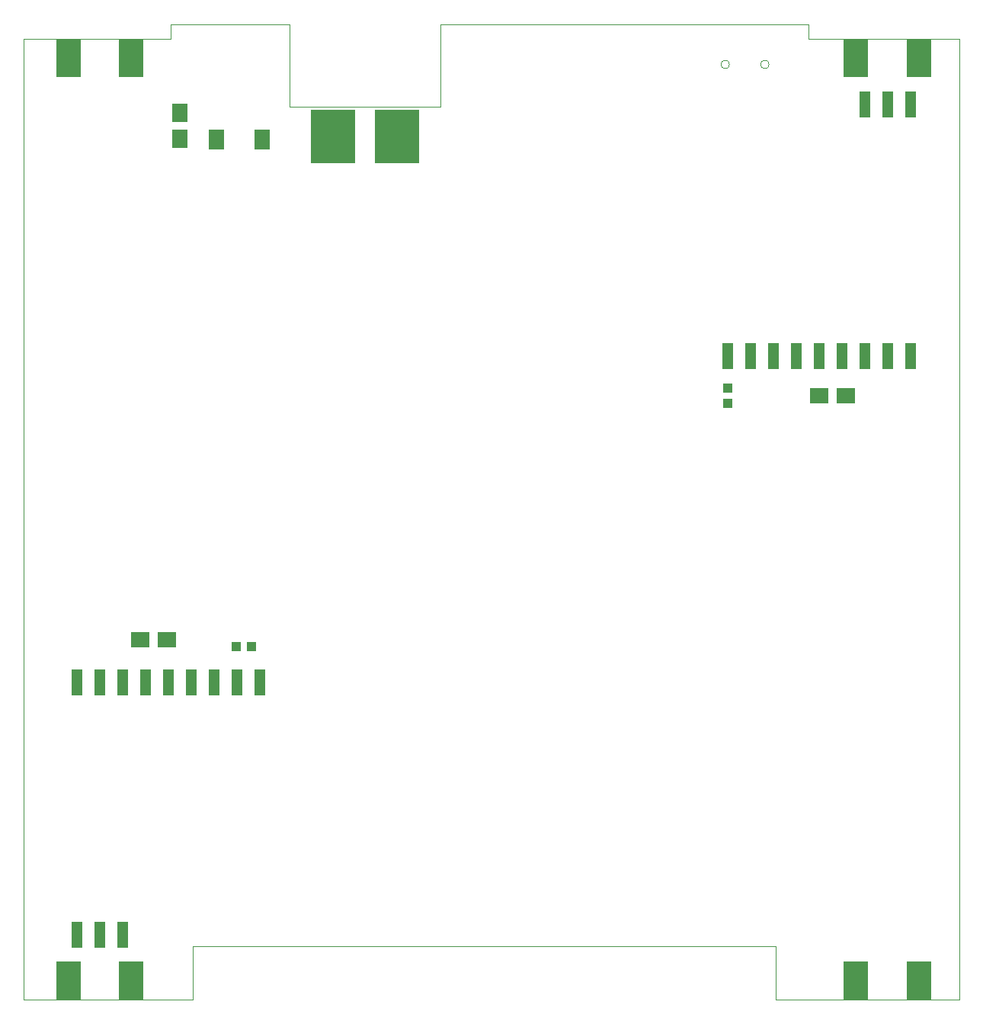
<source format=gbp>
G75*
G70*
%OFA0B0*%
%FSLAX24Y24*%
%IPPOS*%
%LPD*%
%AMOC8*
5,1,8,0,0,1.08239X$1,22.5*
%
%ADD10C,0.0000*%
%ADD11R,0.0512X0.1181*%
%ADD12R,0.1050X0.1650*%
%ADD13R,0.0709X0.0846*%
%ADD14R,0.0709X0.0866*%
%ADD15R,0.0394X0.0433*%
%ADD16R,0.0433X0.0394*%
%ADD17R,0.0846X0.0709*%
%ADD18R,0.1969X0.2362*%
D10*
X021939Y006539D02*
X029339Y006539D01*
X029339Y008889D01*
X054839Y008889D01*
X054839Y006539D01*
X062884Y006539D01*
X062884Y048546D01*
X056289Y048546D01*
X056289Y049189D01*
X040189Y049189D01*
X040189Y045589D01*
X033589Y045589D01*
X033589Y049189D01*
X028389Y049189D01*
X028389Y048546D01*
X021939Y048546D01*
X021939Y006539D01*
X023089Y006539D02*
X027489Y006539D01*
X057539Y006539D02*
X061939Y006539D01*
X054179Y047439D02*
X054181Y047465D01*
X054187Y047491D01*
X054197Y047516D01*
X054210Y047539D01*
X054226Y047559D01*
X054246Y047577D01*
X054268Y047592D01*
X054291Y047604D01*
X054317Y047612D01*
X054343Y047616D01*
X054369Y047616D01*
X054395Y047612D01*
X054421Y047604D01*
X054445Y047592D01*
X054466Y047577D01*
X054486Y047559D01*
X054502Y047539D01*
X054515Y047516D01*
X054525Y047491D01*
X054531Y047465D01*
X054533Y047439D01*
X054531Y047413D01*
X054525Y047387D01*
X054515Y047362D01*
X054502Y047339D01*
X054486Y047319D01*
X054466Y047301D01*
X054444Y047286D01*
X054421Y047274D01*
X054395Y047266D01*
X054369Y047262D01*
X054343Y047262D01*
X054317Y047266D01*
X054291Y047274D01*
X054267Y047286D01*
X054246Y047301D01*
X054226Y047319D01*
X054210Y047339D01*
X054197Y047362D01*
X054187Y047387D01*
X054181Y047413D01*
X054179Y047439D01*
X052446Y047439D02*
X052448Y047465D01*
X052454Y047491D01*
X052464Y047516D01*
X052477Y047539D01*
X052493Y047559D01*
X052513Y047577D01*
X052535Y047592D01*
X052558Y047604D01*
X052584Y047612D01*
X052610Y047616D01*
X052636Y047616D01*
X052662Y047612D01*
X052688Y047604D01*
X052712Y047592D01*
X052733Y047577D01*
X052753Y047559D01*
X052769Y047539D01*
X052782Y047516D01*
X052792Y047491D01*
X052798Y047465D01*
X052800Y047439D01*
X052798Y047413D01*
X052792Y047387D01*
X052782Y047362D01*
X052769Y047339D01*
X052753Y047319D01*
X052733Y047301D01*
X052711Y047286D01*
X052688Y047274D01*
X052662Y047266D01*
X052636Y047262D01*
X052610Y047262D01*
X052584Y047266D01*
X052558Y047274D01*
X052534Y047286D01*
X052513Y047301D01*
X052493Y047319D01*
X052477Y047339D01*
X052464Y047362D01*
X052454Y047387D01*
X052448Y047413D01*
X052446Y047439D01*
X057539Y048546D02*
X061939Y048546D01*
X027489Y048546D02*
X023089Y048546D01*
D11*
X052756Y034666D03*
X053756Y034666D03*
X054756Y034666D03*
X055756Y034666D03*
X056756Y034666D03*
X057756Y034666D03*
X058756Y034666D03*
X059756Y034666D03*
X060756Y034666D03*
X060756Y045689D03*
X059756Y045689D03*
X058756Y045689D03*
X032272Y020413D03*
X031272Y020413D03*
X030272Y020413D03*
X029272Y020413D03*
X028272Y020413D03*
X027272Y020413D03*
X026272Y020413D03*
X025272Y020413D03*
X024272Y020413D03*
X024272Y009389D03*
X025272Y009389D03*
X026272Y009389D03*
D12*
X026665Y007372D03*
X023914Y007372D03*
X058364Y007372D03*
X061115Y007372D03*
X061115Y047714D03*
X058364Y047714D03*
X026665Y047714D03*
X023914Y047714D03*
D13*
X028789Y045320D03*
X028789Y044159D03*
D14*
X030385Y044139D03*
X032393Y044139D03*
D15*
X031924Y021989D03*
X031255Y021989D03*
D16*
X052739Y032605D03*
X052739Y033274D03*
D17*
X056759Y032939D03*
X057920Y032939D03*
X028220Y022289D03*
X027059Y022289D03*
D18*
X035492Y044289D03*
X038287Y044289D03*
M02*

</source>
